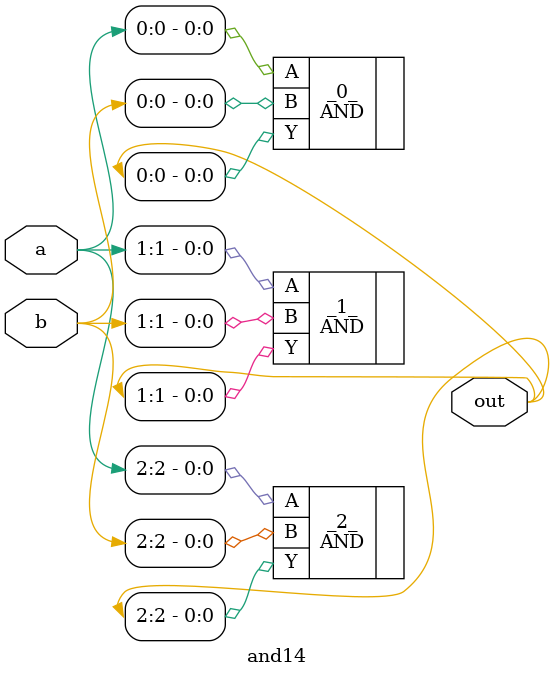
<source format=v>
/* Generated by Yosys 0.41+83 (git sha1 7045cf509, x86_64-w64-mingw32-g++ 13.2.1 -Os) */

/* cells_not_processed =  1  */
/* src = "and14.v:2.1-11.10" */
module and14(a, b, out);
  /* src = "and14.v:3.22-3.23" */
  input [2:0] a;
  wire [2:0] a;
  /* src = "and14.v:4.22-4.23" */
  input [2:0] b;
  wire [2:0] b;
  /* src = "and14.v:5.22-5.25" */
  output [2:0] out;
  wire [2:0] out;
  AND _0_ (
    .A(a[0]),
    .B(b[0]),
    .Y(out[0])
  );
  AND _1_ (
    .A(a[1]),
    .B(b[1]),
    .Y(out[1])
  );
  AND _2_ (
    .A(a[2]),
    .B(b[2]),
    .Y(out[2])
  );
endmodule

</source>
